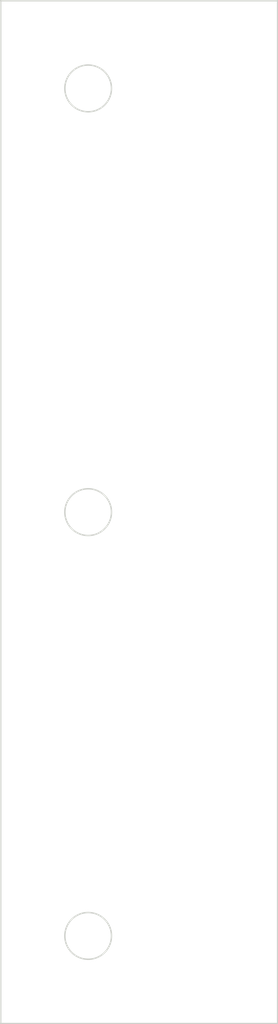
<source format=kicad_pcb>
(kicad_pcb (version 4) (host pcbnew 4.0.6)
  (layers (0 F.Cu signal) (31 B.Cu signal hide) (34 B.Paste user) (35 F.Paste user) (36 B.SilkS user) (37 F.SilkS user) (38 B.Mask user) (39 F.Mask user) (44 Edge.Cuts user))
  (net 0 "")
  (gr_circle (center 6 35) (end 7.6 35) (layer Edge.Cuts) (width 0.1))
  (gr_circle (center 6 64) (end 7.6 64) (layer Edge.Cuts) (width 0.1))
  (gr_circle (center 6 6) (end 7.6 6) (layer Edge.Cuts) (width 0.1))
  (gr_line (start 0 70) (end 0 0) (layer Edge.Cuts) (width 0.1))
  (gr_line (start 19 70) (end 0 70) (layer Edge.Cuts) (width 0.1))
  (gr_line (start 19 0) (end 19 70) (layer Edge.Cuts) (width 0.1))
  (gr_line (start 0 0) (end 19 0) (layer Edge.Cuts) (width 0.1))
)
</source>
